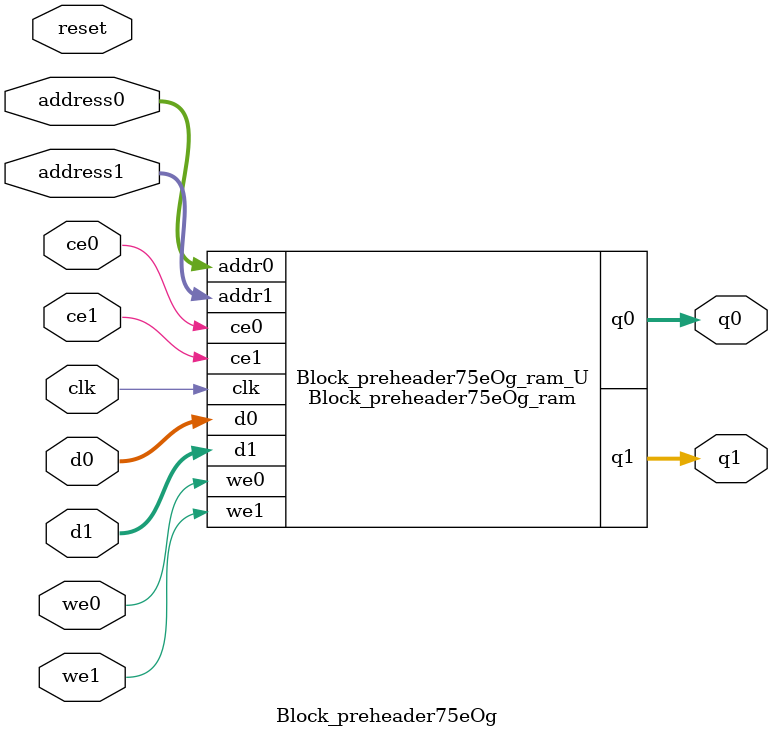
<source format=v>
`timescale 1 ns / 1 ps
module Block_preheader75eOg_ram (addr0, ce0, d0, we0, q0, addr1, ce1, d1, we1, q1,  clk);

parameter DWIDTH = 8;
parameter AWIDTH = 12;
parameter MEM_SIZE = 2898;

input[AWIDTH-1:0] addr0;
input ce0;
input[DWIDTH-1:0] d0;
input we0;
output reg[DWIDTH-1:0] q0;
input[AWIDTH-1:0] addr1;
input ce1;
input[DWIDTH-1:0] d1;
input we1;
output reg[DWIDTH-1:0] q1;
input clk;

(* ram_style = "block" *)reg [DWIDTH-1:0] ram[0:MEM_SIZE-1];




always @(posedge clk)  
begin 
    if (ce0) begin
        if (we0) 
            ram[addr0] <= d0; 
        q0 <= ram[addr0];
    end
end


always @(posedge clk)  
begin 
    if (ce1) begin
        if (we1) 
            ram[addr1] <= d1; 
        q1 <= ram[addr1];
    end
end


endmodule

`timescale 1 ns / 1 ps
module Block_preheader75eOg(
    reset,
    clk,
    address0,
    ce0,
    we0,
    d0,
    q0,
    address1,
    ce1,
    we1,
    d1,
    q1);

parameter DataWidth = 32'd8;
parameter AddressRange = 32'd2898;
parameter AddressWidth = 32'd12;
input reset;
input clk;
input[AddressWidth - 1:0] address0;
input ce0;
input we0;
input[DataWidth - 1:0] d0;
output[DataWidth - 1:0] q0;
input[AddressWidth - 1:0] address1;
input ce1;
input we1;
input[DataWidth - 1:0] d1;
output[DataWidth - 1:0] q1;



Block_preheader75eOg_ram Block_preheader75eOg_ram_U(
    .clk( clk ),
    .addr0( address0 ),
    .ce0( ce0 ),
    .we0( we0 ),
    .d0( d0 ),
    .q0( q0 ),
    .addr1( address1 ),
    .ce1( ce1 ),
    .we1( we1 ),
    .d1( d1 ),
    .q1( q1 ));

endmodule


</source>
